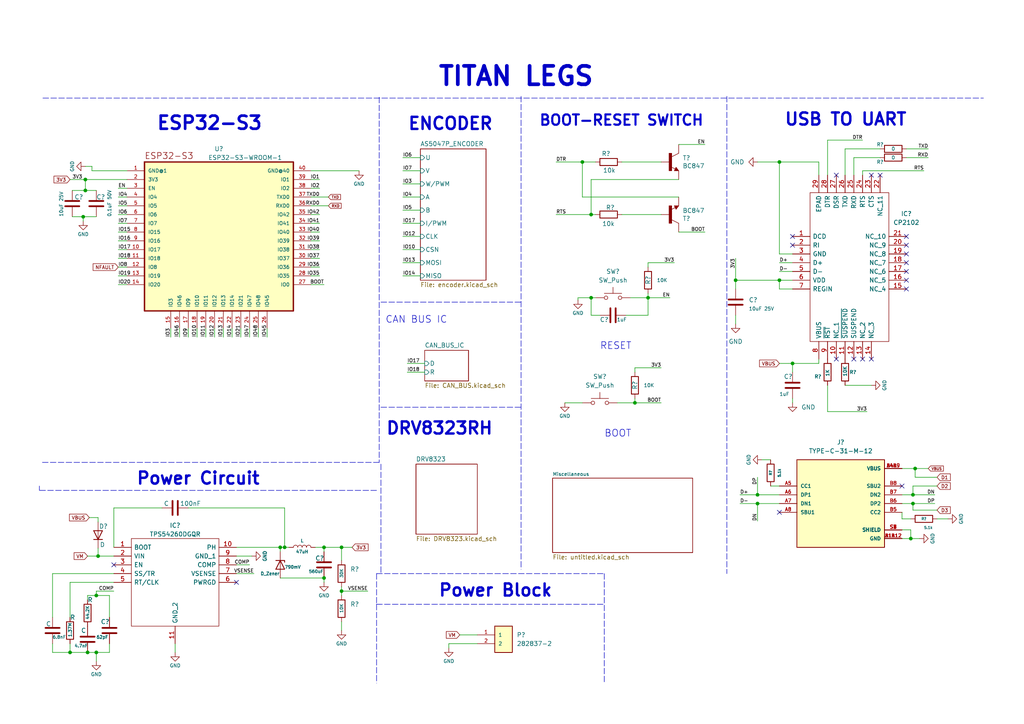
<source format=kicad_sch>
(kicad_sch (version 20211123) (generator eeschema)
  (paper "A4")
  (lib_symbols
    (symbol "BC847:BC847" (pin_numbers hide) (pin_names (offset 1.016) hide)
      (property "Reference" "T" (at -10.1854 7.62 0))
      (property "Value" "BC847" (at -10.16 5.08 0))
      (symbol "BC847_0_0"
        (rectangle (start -0.254 -2.54) (end 0.508 2.54) (fill (type outline)))
        (polyline (pts (xy 1.27 -2.54) (xy 1.778 -1.524)) (stroke (width 0.1524)))
        (polyline (pts (xy 1.524 -2.413) (xy 2.286 -2.413)) (stroke (width 0.254)))
        (polyline (pts (xy 1.524 -2.286) (xy 1.905 -2.286)) (stroke (width 0.254)))
        (polyline (pts (xy 1.5494 -2.032) (xy 0.3048 -1.4224)) (stroke (width 0.1524)))
        (polyline (pts (xy 1.778 -1.778) (xy 1.524 -2.286)) (stroke (width 0.254)))
        (polyline (pts (xy 1.778 -1.524) (xy 2.54 -2.54)) (stroke (width 0.1524)))
        (polyline (pts (xy 1.905 -2.286) (xy 1.778 -2.032)) (stroke (width 0.254)))
        (polyline (pts (xy 2.286 -2.413) (xy 1.778 -1.778)) (stroke (width 0.254)))
        (polyline (pts (xy 2.54 -2.54) (xy 1.27 -2.54)) (stroke (width 0.1524)))
        (polyline (pts (xy 2.54 2.54) (xy 0.508 1.524)) (stroke (width 0.1524)))
        (pin passive line (at -2.54 0 0) (length 2.54) (name "~") (number "1"))
        (pin passive line (at 2.54 -5.08 90) (length 2.54) (name "~") (number "2"))
        (pin passive line (at 2.54 5.08 270) (length 2.54) (name "~") (number "3"))
      )
    )
    (symbol "CP2102_new:CP2102" (pin_names (offset 0.762))
      (property "Reference" "IC" (at 29.21 17.78 0))
      (property "Value" "CP2102" (at 29.21 15.24 0))
      (symbol "CP2102_0_0"
        (pin passive line (at 0 0 0) (length 5.08) (name "DCD") (number "1"))
        (pin passive line (at 12.7 -35.56 90) (length 5.08) (name "NC_1") (number "10"))
        (pin passive line (at 15.24 -35.56 90) (length 5.08) (name "~{SUSPEND}") (number "11"))
        (pin passive line (at 17.78 -35.56 90) (length 5.08) (name "SUSPEND") (number "12"))
        (pin passive line (at 20.32 -35.56 90) (length 5.08) (name "NC_2") (number "13"))
        (pin passive line (at 22.86 -35.56 90) (length 5.08) (name "NC_3") (number "14"))
        (pin passive line (at 33.02 -15.24 180) (length 5.08) (name "NC_4") (number "15"))
        (pin passive line (at 33.02 -12.7 180) (length 5.08) (name "NC_5") (number "16"))
        (pin passive line (at 33.02 -10.16 180) (length 5.08) (name "NC_6") (number "17"))
        (pin passive line (at 33.02 -7.62 180) (length 5.08) (name "NC_7") (number "18"))
        (pin passive line (at 33.02 -5.08 180) (length 5.08) (name "NC_8") (number "19"))
        (pin passive line (at 0 -2.54 0) (length 5.08) (name "RI") (number "2"))
        (pin passive line (at 33.02 -2.54 180) (length 5.08) (name "NC_9") (number "20"))
        (pin passive line (at 33.02 0 180) (length 5.08) (name "NC_10") (number "21"))
        (pin passive line (at 25.4 17.78 270) (length 5.08) (name "NC_11") (number "22"))
        (pin passive line (at 22.86 17.78 270) (length 5.08) (name "CTS") (number "23"))
        (pin passive line (at 20.32 17.78 270) (length 5.08) (name "RTS") (number "24"))
        (pin passive line (at 17.78 17.78 270) (length 5.08) (name "RXD") (number "25"))
        (pin passive line (at 15.24 17.78 270) (length 5.08) (name "TXD") (number "26"))
        (pin passive line (at 12.7 17.78 270) (length 5.08) (name "DSR") (number "27"))
        (pin passive line (at 10.16 17.78 270) (length 5.08) (name "DTR") (number "28"))
        (pin passive line (at 7.62 17.78 270) (length 5.08) (name "EPAD") (number "29"))
        (pin passive line (at 0 -5.08 0) (length 5.08) (name "GND") (number "3"))
        (pin passive line (at 0 -7.62 0) (length 5.08) (name "D+") (number "4"))
        (pin passive line (at 0 -10.16 0) (length 5.08) (name "D-") (number "5"))
        (pin passive line (at 0 -12.7 0) (length 5.08) (name "VDD") (number "6"))
        (pin passive line (at 0 -15.24 0) (length 5.08) (name "REGIN") (number "7"))
        (pin passive line (at 7.62 -35.56 90) (length 5.08) (name "VBUS") (number "8"))
        (pin passive line (at 10.16 -35.56 90) (length 5.08) (name "~{RST}") (number "9"))
      )
      (symbol "CP2102_0_1"
        (polyline (pts (xy 5.08 12.7) (xy 27.94 12.7) (xy 27.94 -30.48) (xy 5.08 -30.48) (xy 5.08 12.7)) (stroke (width 0.1524)))
      )
    )
    (symbol "Device:C" (pin_numbers hide) (pin_names (offset 0.254))
      (property "Reference" "C" (at 0.635 2.54 0))
      (property "Value" "C" (at 0.635 -2.54 0))
      (symbol "C_0_1"
        (polyline (pts (xy -2.032 -0.762) (xy 2.032 -0.762)) (stroke (width 0.508)))
        (polyline (pts (xy -2.032 0.762) (xy 2.032 0.762)) (stroke (width 0.508)))
      )
      (symbol "C_1_1"
        (pin passive line (at 0 3.81 270) (length 2.794) (name "~") (number "1"))
        (pin passive line (at 0 -3.81 90) (length 2.794) (name "~") (number "2"))
      )
    )
    (symbol "Device:D" (pin_numbers hide) (pin_names (offset 1.016) hide)
      (property "Reference" "D" (at 0 2.54 0))
      (property "Value" "D" (at 0 -2.54 0))
      (symbol "D_0_1"
        (polyline (pts (xy -1.27 1.27) (xy -1.27 -1.27)) (stroke (width 0.254)))
        (polyline (pts (xy 1.27 0) (xy -1.27 0)))
        (polyline (pts (xy 1.27 1.27) (xy 1.27 -1.27) (xy -1.27 0) (xy 1.27 1.27)) (stroke (width 0.254)))
      )
      (symbol "D_1_1"
        (pin passive line (at -3.81 0 0) (length 2.54) (name "K") (number "1"))
        (pin passive line (at 3.81 0 180) (length 2.54) (name "A") (number "2"))
      )
    )
    (symbol "Device:D_Zener" (pin_numbers hide) (pin_names (offset 1.016) hide)
      (property "Reference" "D" (at 0 2.54 0))
      (property "Value" "D_Zener" (at 0 -2.54 0))
      (symbol "D_Zener_0_1"
        (polyline (pts (xy 1.27 0) (xy -1.27 0)))
        (polyline (pts (xy -1.27 -1.27) (xy -1.27 1.27) (xy -0.762 1.27)) (stroke (width 0.254)))
        (polyline (pts (xy 1.27 -1.27) (xy 1.27 1.27) (xy -1.27 0) (xy 1.27 -1.27)) (stroke (width 0.254)))
      )
      (symbol "D_Zener_1_1"
        (pin passive line (at -3.81 0 0) (length 2.54) (name "K") (number "1"))
        (pin passive line (at 3.81 0 180) (length 2.54) (name "A") (number "2"))
      )
    )
    (symbol "Device:L" (pin_numbers hide) (pin_names (offset 1.016) hide)
      (property "Reference" "L" (at -1.27 0 90))
      (property "Value" "L" (at 1.905 0 90))
      (symbol "L_0_1"
        (arc (start 0 -2.54) (mid 0.635 -1.905) (end 0 -1.27))
        (arc (start 0 -1.27) (mid 0.635 -0.635) (end 0 0))
        (arc (start 0 0) (mid 0.635 0.635) (end 0 1.27))
        (arc (start 0 1.27) (mid 0.635 1.905) (end 0 2.54))
      )
      (symbol "L_1_1"
        (pin passive line (at 0 3.81 270) (length 1.27) (name "1") (number "1"))
        (pin passive line (at 0 -3.81 90) (length 1.27) (name "2") (number "2"))
      )
    )
    (symbol "Device:R" (pin_numbers hide) (pin_names (offset 0))
      (property "Reference" "R" (at 2.032 0 90))
      (property "Value" "R" (at 0 0 90))
      (symbol "R_0_1"
        (rectangle (start -1.016 -2.54) (end 1.016 2.54) (stroke (width 0.254)))
      )
      (symbol "R_1_1"
        (pin passive line (at 0 3.81 270) (length 1.27) (name "~") (number "1"))
        (pin passive line (at 0 -3.81 90) (length 1.27) (name "~") (number "2"))
      )
    )
    (symbol "ESP32-S3-WROOM-1:ESP32-S3-WROOM-1" (pin_names (offset 1.016))
      (property "Reference" "U?" (at 1.27 25.4 0))
      (property "Value" "ESP32-S3-WROOM-1" (at 8.89 21.59 0))
      (symbol "ESP32-S3-WROOM-1_0_0"
        (rectangle (start -20.32 -22.86) (end 22.86 20.32) (stroke (width 0.4064)) (fill (type background)))
        (text "ESP32-S3" (at -20.32 21.082 0) (effects (font (size 1.778 1.778)) (justify left bottom)))
        (pin bidirectional line (at -25.4 17.78 0) (length 5.08) (name "GND@1") (number "1"))
        (pin bidirectional line (at -25.4 -5.08 0) (length 5.08) (name "IO17") (number "10"))
        (pin bidirectional line (at -25.4 -7.62 0) (length 5.08) (name "IO18") (number "11"))
        (pin bidirectional line (at -25.4 -10.16 0) (length 5.08) (name "IO8") (number "12"))
        (pin bidirectional line (at -25.4 -12.7 0) (length 5.08) (name "IO19") (number "13"))
        (pin bidirectional line (at -25.4 -15.24 0) (length 5.08) (name "IO20") (number "14"))
        (pin bidirectional line (at -12.7 -27.94 90) (length 5.08) (name "IO3") (number "15"))
        (pin bidirectional line (at -10.16 -27.94 90) (length 5.08) (name "IO46") (number "16"))
        (pin bidirectional line (at -7.62 -27.94 90) (length 5.08) (name "IO9") (number "17"))
        (pin bidirectional line (at -5.08 -27.94 90) (length 5.08) (name "IO10") (number "18"))
        (pin bidirectional line (at -2.54 -27.94 90) (length 5.08) (name "IO11") (number "19"))
        (pin bidirectional line (at -25.4 15.24 0) (length 5.08) (name "3V3") (number "2"))
        (pin bidirectional line (at 0 -27.94 90) (length 5.08) (name "IO12") (number "20"))
        (pin bidirectional line (at 2.54 -27.94 90) (length 5.08) (name "IO13") (number "21"))
        (pin bidirectional line (at 5.08 -27.94 90) (length 5.08) (name "IO14") (number "22"))
        (pin bidirectional line (at 7.62 -27.94 90) (length 5.08) (name "IO21") (number "23"))
        (pin bidirectional line (at 10.16 -27.94 90) (length 5.08) (name "IO47") (number "24"))
        (pin bidirectional line (at 12.7 -27.94 90) (length 5.08) (name "IO48") (number "25"))
        (pin bidirectional line (at 15.24 -27.94 90) (length 5.08) (name "IO45") (number "26"))
        (pin bidirectional line (at 27.94 -15.24 180) (length 5.08) (name "IO0") (number "27"))
        (pin bidirectional line (at 27.94 -12.7 180) (length 5.08) (name "IO35") (number "28"))
        (pin bidirectional line (at 27.94 -10.16 180) (length 5.08) (name "IO36") (number "29"))
        (pin bidirectional line (at -25.4 12.7 0) (length 5.08) (name "EN") (number "3"))
        (pin bidirectional line (at 27.94 -7.62 180) (length 5.08) (name "IO37") (number "30"))
        (pin bidirectional line (at 27.94 -5.08 180) (length 5.08) (name "IO38") (number "31"))
        (pin bidirectional line (at 27.94 -2.54 180) (length 5.08) (name "IO39") (number "32"))
        (pin bidirectional line (at 27.94 0 180) (length 5.08) (name "IO40") (number "33"))
        (pin bidirectional line (at 27.94 2.54 180) (length 5.08) (name "IO41") (number "34"))
        (pin bidirectional line (at 27.94 5.08 180) (length 5.08) (name "IO42") (number "35"))
        (pin bidirectional line (at 27.94 7.62 180) (length 5.08) (name "RXD0") (number "36"))
        (pin bidirectional line (at 27.94 10.16 180) (length 5.08) (name "TXD0") (number "37"))
        (pin bidirectional line (at 27.94 12.7 180) (length 5.08) (name "IO2") (number "38"))
        (pin bidirectional line (at 27.94 15.24 180) (length 5.08) (name "IO1") (number "39"))
        (pin bidirectional line (at -25.4 10.16 0) (length 5.08) (name "IO4") (number "4"))
        (pin bidirectional line (at 27.94 17.78 180) (length 5.08) (name "GND@40") (number "40"))
        (pin bidirectional line (at -25.4 7.62 0) (length 5.08) (name "IO5") (number "5"))
        (pin bidirectional line (at -25.4 5.08 0) (length 5.08) (name "IO6") (number "6"))
        (pin bidirectional line (at -25.4 2.54 0) (length 5.08) (name "IO7") (number "7"))
        (pin bidirectional line (at -25.4 0 0) (length 5.08) (name "IO15") (number "8"))
        (pin bidirectional line (at -25.4 -2.54 0) (length 5.08) (name "IO16") (number "9"))
      )
    )
    (symbol "GND_2" (power) (pin_names (offset 0))
      (property "Value" "GND_2" (at 0 -3.81 0))
      (symbol "GND_2_0_1"
        (polyline (pts (xy 0 0) (xy 0 -1.27) (xy 1.27 -1.27) (xy 0 -2.54) (xy -1.27 -1.27) (xy 0 -1.27)))
      )
      (symbol "GND_2_1_1"
        (pin power_in line (at 0 0 270) (length 0) hide (name "GND") (number "1"))
      )
    )
    (symbol "Power_Circuit:TPS54260DGQR" (pin_names (offset 0.762))
      (property "Reference" "IC" (at 31.75 7.62 0))
      (property "Value" "TPS54260DGQR" (at 31.75 5.08 0))
      (symbol "TPS54260DGQR_0_0"
        (pin passive line (at 0 0 0) (length 5.08) (name "BOOT") (number "1"))
        (pin passive line (at 35.56 0 180) (length 5.08) (name "PH") (number "10"))
        (pin passive line (at 17.78 -27.94 90) (length 5.08) (name "GND_2") (number "11"))
        (pin passive line (at 0 -2.54 0) (length 5.08) (name "VIN") (number "2"))
        (pin passive line (at 0 -5.08 0) (length 5.08) (name "EN") (number "3"))
        (pin passive line (at 0 -7.62 0) (length 5.08) (name "SS/TR") (number "4"))
        (pin passive line (at 0 -10.16 0) (length 5.08) (name "RT/CLK") (number "5"))
        (pin passive line (at 35.56 -10.16 180) (length 5.08) (name "PWRGD") (number "6"))
        (pin passive line (at 35.56 -7.62 180) (length 5.08) (name "VSENSE") (number "7"))
        (pin passive line (at 35.56 -5.08 180) (length 5.08) (name "COMP") (number "8"))
        (pin passive line (at 35.56 -2.54 180) (length 5.08) (name "GND_1") (number "9"))
      )
      (symbol "TPS54260DGQR_0_1"
        (polyline (pts (xy 5.08 2.54) (xy 30.48 2.54) (xy 30.48 -22.86) (xy 5.08 -22.86) (xy 5.08 2.54)) (stroke (width 0.1524)))
      )
    )
    (symbol "Switch:SW_Push" (pin_numbers hide) (pin_names (offset 1.016) hide)
      (property "Reference" "SW" (at 1.27 2.54 0))
      (property "Value" "SW_Push" (at 0 -1.524 0))
      (symbol "SW_Push_0_1"
        (circle (center -2.032 0) (radius 0.508))
        (polyline (pts (xy 0 1.27) (xy 0 3.048)))
        (polyline (pts (xy 2.54 1.27) (xy -2.54 1.27)))
        (circle (center 2.032 0) (radius 0.508))
        (pin passive line (at -5.08 0 0) (length 2.54) (name "1") (number "1"))
        (pin passive line (at 5.08 0 180) (length 2.54) (name "2") (number "2"))
      )
    )
    (symbol "TYPE-C-31-M-12:TYPE-C-31-M-12" (pin_names (offset 1.016))
      (property "Reference" "J?" (at 0 17.78 0))
      (property "Value" "TYPE-C-31-M-12" (at 0 15.24 0))
      (symbol "TYPE-C-31-M-12_0_0"
        (rectangle (start -12.7 -12.7) (end 12.7 12.7) (stroke (width 0.254)) (fill (type background)))
        (pin power_in line (at 17.78 -10.16 180) (length 5.08) (name "GND") (number "A1B12"))
        (pin power_in line (at 17.78 10.16 180) (length 5.08) (name "VBUS") (number "A4B9"))
        (pin bidirectional line (at -17.78 5.08 0) (length 5.08) (name "CC1") (number "A5"))
        (pin bidirectional line (at -17.78 2.54 0) (length 5.08) (name "DP1") (number "A6"))
        (pin bidirectional line (at -17.78 0 0) (length 5.08) (name "DN1") (number "A7"))
        (pin bidirectional line (at -17.78 -2.54 0) (length 5.08) (name "SBU1") (number "A8"))
        (pin power_in line (at 17.78 -10.16 180) (length 5.08) (name "GND") (number "B1A12"))
        (pin power_in line (at 17.78 10.16 180) (length 5.08) (name "VBUS") (number "B4A9"))
        (pin bidirectional line (at 17.78 -2.54 180) (length 5.08) (name "CC2") (number "B5"))
        (pin bidirectional line (at 17.78 0 180) (length 5.08) (name "DP2") (number "B6"))
        (pin bidirectional line (at 17.78 2.54 180) (length 5.08) (name "DN2") (number "B7"))
        (pin bidirectional line (at 17.78 5.08 180) (length 5.08) (name "SBU2") (number "B8"))
        (pin passive line (at 17.78 -7.62 180) (length 5.08) (name "SHIELD") (number "S1"))
        (pin passive line (at 17.78 -7.62 180) (length 5.08) (name "SHIELD") (number "S2"))
        (pin passive line (at 17.78 -7.62 180) (length 5.08) (name "SHIELD") (number "S3"))
        (pin passive line (at 17.78 -7.62 180) (length 5.08) (name "SHIELD") (number "S4"))
      )
    )
    (symbol "Terminal_Block:282837-2" (pin_names (offset 1.016))
      (property "Reference" "P" (at -2.5406 2.5438 0))
      (property "Value" "282837-2" (at -2.5424 -6.3745 0))
      (symbol "282837-2_0_0"
        (rectangle (start -2.54 -5.08) (end 2.54 2.54) (stroke (width 0.254)) (fill (type background)))
        (pin passive line (at -7.62 0 0) (length 5.08) (name "1") (number "1"))
        (pin passive line (at -7.62 -2.54 0) (length 5.08) (name "2") (number "2"))
      )
    )
    (symbol "power:GND" (power) (pin_names (offset 0))
      (property "Value" "GND" (at 0 -3.81 0))
      (symbol "GND_0_1"
        (polyline (pts (xy 0 0) (xy 0 -1.27) (xy 1.27 -1.27) (xy 0 -2.54) (xy -1.27 -1.27) (xy 0 -1.27)))
      )
      (symbol "GND_1_1"
        (pin power_in line (at 0 0 270) (length 0) hide (name "GND") (number "1"))
      )
    )
  )
  (junction (at 24.765 52.07))
  (junction (at 229.87 105.41))
  (junction (at 27.94 189.23))
  (junction (at 99.06 158.75))
  (junction (at 27.94 172.72))
  (junction (at 213.36 81.28))
  (junction (at 264.795 146.05))
  (junction (at 93.98 167.64))
  (junction (at 20.32 189.23))
  (junction (at 93.98 158.75))
  (junction (at 24.765 55.245))
  (junction (at 184.15 116.84))
  (junction (at 219.71 146.05))
  (junction (at 226.06 81.28))
  (junction (at 24.13 62.865))
  (junction (at 99.06 171.45))
  (junction (at 264.795 143.51))
  (junction (at 28.448 161.29))
  (junction (at 219.71 143.51))
  (junction (at 81.28 158.75))
  (junction (at 25.4 189.23))
  (junction (at 264.16 156.21))
  (junction (at 226.06 46.99))
  (junction (at 82.55 158.75))
  (junction (at 171.45 86.36))
  (junction (at 171.45 62.23))
  (junction (at 168.91 46.99))
  (junction (at 187.96 86.36))
  (junction (at 265.43 135.89))
  (no_connect (at 68.58 168.91))
  (no_connect (at 33.02 163.83))
  (no_connect (at 252.73 104.14))
  (no_connect (at 242.57 50.8))
  (no_connect (at 247.65 104.14))
  (no_connect (at 229.87 68.58))
  (no_connect (at 229.87 71.12))
  (no_connect (at 262.89 68.58))
  (no_connect (at 242.57 104.14))
  (no_connect (at 262.89 71.12))
  (no_connect (at 262.89 76.2))
  (no_connect (at 250.19 104.14))
  (no_connect (at 255.27 50.8))
  (no_connect (at 262.89 81.28))
  (no_connect (at 262.89 78.74))
  (no_connect (at 252.73 50.8))
  (no_connect (at 262.89 83.82))
  (no_connect (at 226.06 148.59))
  (no_connect (at 261.62 140.97))
  (no_connect (at 262.89 73.66))
  (wire (pts (xy 247.65 50.8) (xy 247.65 45.72)))
  (wire (pts (xy 180.34 62.23) (xy 191.77 62.23)))
  (wire (pts (xy 161.29 46.99) (xy 168.91 46.99)))
  (polyline (pts (xy 110.49 118.11) (xy 151.13 118.11)))
  (wire (pts (xy 261.62 143.51) (xy 264.795 143.51)))
  (wire (pts (xy 229.87 105.41) (xy 229.87 107.95)))
  (wire (pts (xy 93.98 168.91) (xy 93.98 167.64)))
  (wire (pts (xy 82.55 158.75) (xy 83.82 158.75)))
  (wire (pts (xy 34.29 57.15) (xy 36.83 57.15)))
  (polyline (pts (xy 110.49 87.63) (xy 151.13 87.63)))
  (polyline (pts (xy 109.982 28.194) (xy 109.982 134.112)))
  (wire (pts (xy 69.85 97.79) (xy 69.85 95.25)))
  (wire (pts (xy 116.84 68.58) (xy 121.92 68.58)))
  (wire (pts (xy 116.84 64.77) (xy 121.92 64.77)))
  (wire (pts (xy 118.11 107.95) (xy 123.19 107.95)))
  (wire (pts (xy 27.94 189.23) (xy 25.4 189.23)))
  (wire (pts (xy 25.908 150.114) (xy 28.448 150.114)))
  (wire (pts (xy 24.765 55.245) (xy 27.94 55.245)))
  (wire (pts (xy 20.955 55.245) (xy 24.765 55.245)))
  (wire (pts (xy 31.75 189.23) (xy 27.94 189.23)))
  (wire (pts (xy 271.78 140.97) (xy 264.795 140.97)))
  (wire (pts (xy 237.49 105.41) (xy 229.87 105.41)))
  (wire (pts (xy 25.4 172.72) (xy 25.4 173.99)))
  (wire (pts (xy 34.29 77.47) (xy 36.83 77.47)))
  (wire (pts (xy 27.94 189.23) (xy 27.94 191.77)))
  (wire (pts (xy 173.99 91.44) (xy 171.45 91.44)))
  (wire (pts (xy 161.29 62.23) (xy 171.45 62.23)))
  (wire (pts (xy 195.58 76.2) (xy 187.96 76.2)))
  (wire (pts (xy 261.62 135.89) (xy 265.43 135.89)))
  (wire (pts (xy 261.62 150.495) (xy 264.16 150.495)))
  (polyline (pts (xy 151.13 27.94) (xy 151.13 165.1)))
  (wire (pts (xy 93.98 158.75) (xy 99.06 158.75)))
  (wire (pts (xy 167.64 86.36) (xy 171.45 86.36)))
  (wire (pts (xy 213.36 81.28) (xy 226.06 81.28)))
  (wire (pts (xy 187.96 91.44) (xy 187.96 86.36)))
  (wire (pts (xy 237.49 104.14) (xy 237.49 105.41)))
  (wire (pts (xy 24.765 52.07) (xy 36.83 52.07)))
  (wire (pts (xy 184.15 116.84) (xy 184.15 115.57)))
  (wire (pts (xy 226.06 46.99) (xy 226.06 73.66)))
  (wire (pts (xy 34.29 62.23) (xy 36.83 62.23)))
  (wire (pts (xy 168.91 46.99) (xy 172.72 46.99)))
  (wire (pts (xy 90.17 57.15) (xy 95.25 57.15)))
  (wire (pts (xy 81.28 167.64) (xy 93.98 167.64)))
  (wire (pts (xy 116.84 53.34) (xy 121.92 53.34)))
  (wire (pts (xy 226.06 83.82) (xy 226.06 81.28)))
  (wire (pts (xy 187.96 86.36) (xy 194.31 86.36)))
  (wire (pts (xy 57.15 95.25) (xy 57.15 97.79)))
  (wire (pts (xy 28.448 150.114) (xy 28.448 151.384)))
  (wire (pts (xy 264.795 143.51) (xy 271.145 143.51)))
  (wire (pts (xy 99.06 180.34) (xy 99.06 182.88)))
  (wire (pts (xy 118.11 105.41) (xy 123.19 105.41)))
  (wire (pts (xy 33.02 168.91) (xy 20.32 168.91)))
  (wire (pts (xy 133.35 184.15) (xy 138.43 184.15)))
  (wire (pts (xy 187.96 76.2) (xy 187.96 77.47)))
  (wire (pts (xy 271.78 147.955) (xy 264.795 147.955)))
  (wire (pts (xy 99.06 158.75) (xy 99.06 162.56)))
  (wire (pts (xy 20.955 62.865) (xy 24.13 62.865)))
  (wire (pts (xy 245.11 43.18) (xy 255.27 43.18)))
  (wire (pts (xy 24.13 62.865) (xy 27.94 62.865)))
  (wire (pts (xy 229.87 83.82) (xy 226.06 83.82)))
  (wire (pts (xy 240.03 111.76) (xy 240.03 119.38)))
  (polyline (pts (xy 109.982 134.112) (xy 12.192 134.112)))
  (wire (pts (xy 240.03 50.8) (xy 240.03 40.64)))
  (wire (pts (xy 179.07 116.84) (xy 184.15 116.84)))
  (wire (pts (xy 213.36 91.44) (xy 213.36 93.98)))
  (wire (pts (xy 33.02 171.45) (xy 27.94 171.45)))
  (wire (pts (xy 226.06 81.28) (xy 229.87 81.28)))
  (wire (pts (xy 237.49 46.99) (xy 237.49 50.8)))
  (wire (pts (xy 90.17 49.53) (xy 104.14 49.53)))
  (wire (pts (xy 49.53 95.25) (xy 49.53 97.79)))
  (wire (pts (xy 261.62 153.67) (xy 264.16 153.67)))
  (wire (pts (xy 15.24 186.69) (xy 15.24 189.23)))
  (wire (pts (xy 82.55 147.32) (xy 82.55 158.75)))
  (wire (pts (xy 184.15 116.84) (xy 191.77 116.84)))
  (wire (pts (xy 25.4 161.29) (xy 28.448 161.29)))
  (wire (pts (xy 90.17 74.93) (xy 92.71 74.93)))
  (wire (pts (xy 196.85 52.07) (xy 171.45 52.07)))
  (wire (pts (xy 54.61 95.25) (xy 54.61 97.79)))
  (wire (pts (xy 223.52 140.97) (xy 226.06 140.97)))
  (wire (pts (xy 34.29 67.31) (xy 36.83 67.31)))
  (wire (pts (xy 31.75 186.69) (xy 31.75 189.23)))
  (wire (pts (xy 214.63 143.51) (xy 219.71 143.51)))
  (wire (pts (xy 245.11 50.8) (xy 245.11 43.18)))
  (wire (pts (xy 261.62 148.59) (xy 261.62 150.495)))
  (wire (pts (xy 262.89 43.18) (xy 269.24 43.18)))
  (polyline (pts (xy 210.82 27.94) (xy 210.82 166.37)))
  (polyline (pts (xy 175.26 166.37) (xy 175.26 198.12)))
  (wire (pts (xy 264.16 156.21) (xy 266.7 156.21)))
  (wire (pts (xy 33.02 158.75) (xy 33.02 147.32)))
  (wire (pts (xy 26.67 48.26) (xy 24.765 48.26)))
  (wire (pts (xy 168.91 57.15) (xy 168.91 46.99)))
  (wire (pts (xy 24.13 62.865) (xy 24.13 64.135)))
  (wire (pts (xy 27.94 172.72) (xy 25.4 172.72)))
  (wire (pts (xy 99.06 171.45) (xy 99.06 172.72)))
  (wire (pts (xy 171.45 62.23) (xy 172.72 62.23)))
  (wire (pts (xy 264.795 146.05) (xy 271.145 146.05)))
  (polyline (pts (xy 109.22 175.26) (xy 109.22 198.12)))
  (wire (pts (xy 52.07 97.79) (xy 52.07 95.25)))
  (polyline (pts (xy 109.22 175.26) (xy 175.26 175.26)))
  (wire (pts (xy 28.448 161.29) (xy 33.02 161.29)))
  (wire (pts (xy 130.175 186.69) (xy 138.43 186.69)))
  (wire (pts (xy 34.29 64.77) (xy 36.83 64.77)))
  (wire (pts (xy 264.795 147.955) (xy 264.795 146.05)))
  (wire (pts (xy 33.02 166.37) (xy 15.24 166.37)))
  (wire (pts (xy 245.11 111.76) (xy 252.73 111.76)))
  (wire (pts (xy 90.17 59.69) (xy 95.25 59.69)))
  (wire (pts (xy 27.94 171.45) (xy 27.94 172.72)))
  (wire (pts (xy 240.03 119.38) (xy 251.46 119.38)))
  (wire (pts (xy 116.84 49.53) (xy 121.92 49.53)))
  (wire (pts (xy 99.06 170.18) (xy 99.06 171.45)))
  (wire (pts (xy 196.85 41.91) (xy 204.47 41.91)))
  (wire (pts (xy 99.06 158.75) (xy 102.108 158.75)))
  (wire (pts (xy 34.29 82.55) (xy 36.83 82.55)))
  (wire (pts (xy 261.62 156.21) (xy 264.16 156.21)))
  (wire (pts (xy 81.28 158.75) (xy 81.28 160.02)))
  (wire (pts (xy 180.34 46.99) (xy 191.77 46.99)))
  (wire (pts (xy 68.58 161.29) (xy 73.025 161.29)))
  (wire (pts (xy 34.29 59.69) (xy 36.83 59.69)))
  (polyline (pts (xy 109.22 166.37) (xy 175.26 166.37)))
  (wire (pts (xy 247.65 45.72) (xy 255.27 45.72)))
  (wire (pts (xy 92.71 77.47) (xy 90.17 77.47)))
  (wire (pts (xy 64.77 95.25) (xy 64.77 97.79)))
  (polyline (pts (xy 11.43 140.97) (xy 11.43 142.24)))
  (wire (pts (xy 181.61 91.44) (xy 187.96 91.44)))
  (polyline (pts (xy 12.446 28.448) (xy 285.242 28.448)))
  (wire (pts (xy 90.17 80.01) (xy 92.71 80.01)))
  (wire (pts (xy 226.06 76.2) (xy 229.87 76.2)))
  (wire (pts (xy 219.71 146.05) (xy 219.71 151.13)))
  (wire (pts (xy 226.06 105.41) (xy 229.87 105.41)))
  (wire (pts (xy 77.47 95.25) (xy 77.47 97.79)))
  (wire (pts (xy 31.75 179.07) (xy 31.75 172.72)))
  (wire (pts (xy 116.84 72.39) (xy 121.92 72.39)))
  (wire (pts (xy 196.85 57.15) (xy 168.91 57.15)))
  (wire (pts (xy 33.02 147.32) (xy 46.99 147.32)))
  (wire (pts (xy 171.45 52.07) (xy 171.45 62.23)))
  (wire (pts (xy 167.64 86.995) (xy 167.64 86.36)))
  (wire (pts (xy 68.58 166.37) (xy 73.66 166.37)))
  (wire (pts (xy 116.84 76.2) (xy 121.92 76.2)))
  (wire (pts (xy 90.17 82.55) (xy 93.98 82.55)))
  (wire (pts (xy 226.06 78.74) (xy 229.87 78.74)))
  (wire (pts (xy 74.93 97.79) (xy 74.93 95.25)))
  (wire (pts (xy 171.45 91.44) (xy 171.45 86.36)))
  (wire (pts (xy 90.17 52.07) (xy 92.71 52.07)))
  (wire (pts (xy 28.448 159.004) (xy 28.448 161.29)))
  (wire (pts (xy 34.29 80.01) (xy 36.83 80.01)))
  (wire (pts (xy 20.32 52.07) (xy 24.765 52.07)))
  (wire (pts (xy 184.15 106.68) (xy 184.15 107.95)))
  (wire (pts (xy 213.36 81.28) (xy 213.36 83.82)))
  (wire (pts (xy 220.98 133.35) (xy 223.52 133.35)))
  (wire (pts (xy 15.24 189.23) (xy 20.32 189.23)))
  (wire (pts (xy 219.71 138.43) (xy 219.71 143.51)))
  (wire (pts (xy 90.17 69.85) (xy 92.71 69.85)))
  (wire (pts (xy 20.32 189.23) (xy 20.32 186.69)))
  (wire (pts (xy 226.06 73.66) (xy 229.87 73.66)))
  (polyline (pts (xy 110.49 134.62) (xy 110.49 166.37)))
  (wire (pts (xy 116.84 60.96) (xy 121.92 60.96)))
  (wire (pts (xy 99.06 171.45) (xy 106.68 171.45)))
  (wire (pts (xy 262.89 45.72) (xy 269.24 45.72)))
  (wire (pts (xy 240.03 40.64) (xy 250.19 40.64)))
  (wire (pts (xy 31.75 172.72) (xy 27.94 172.72)))
  (wire (pts (xy 264.795 140.97) (xy 264.795 143.51)))
  (wire (pts (xy 34.29 74.93) (xy 36.83 74.93)))
  (wire (pts (xy 265.43 135.89) (xy 269.24 135.89)))
  (wire (pts (xy 62.23 95.25) (xy 62.23 97.79)))
  (wire (pts (xy 250.19 50.8) (xy 250.19 49.53)))
  (wire (pts (xy 72.39 97.79) (xy 72.39 95.25)))
  (wire (pts (xy 182.88 86.36) (xy 187.96 86.36)))
  (wire (pts (xy 213.36 74.93) (xy 213.36 81.28)))
  (wire (pts (xy 34.29 69.85) (xy 36.83 69.85)))
  (wire (pts (xy 59.69 95.25) (xy 59.69 97.79)))
  (wire (pts (xy 90.17 64.77) (xy 92.71 64.77)))
  (wire (pts (xy 116.84 45.72) (xy 121.92 45.72)))
  (wire (pts (xy 265.43 138.43) (xy 265.43 135.89)))
  (wire (pts (xy 196.85 67.31) (xy 204.47 67.31)))
  (wire (pts (xy 93.98 158.75) (xy 93.98 160.02)))
  (wire (pts (xy 90.17 62.23) (xy 92.71 62.23)))
  (wire (pts (xy 271.78 150.495) (xy 274.955 150.495)))
  (wire (pts (xy 92.71 54.61) (xy 90.17 54.61)))
  (wire (pts (xy 54.61 147.32) (xy 82.55 147.32)))
  (wire (pts (xy 229.87 115.57) (xy 229.87 116.84)))
  (wire (pts (xy 67.31 95.25) (xy 67.31 97.79)))
  (wire (pts (xy 68.58 158.75) (xy 81.28 158.75)))
  (wire (pts (xy 250.19 49.53) (xy 267.97 49.53)))
  (wire (pts (xy 20.32 168.91) (xy 20.32 179.07)))
  (wire (pts (xy 271.78 138.43) (xy 265.43 138.43)))
  (wire (pts (xy 130.175 186.69) (xy 130.175 187.96)))
  (wire (pts (xy 163.83 116.84) (xy 168.91 116.84)))
  (wire (pts (xy 116.84 80.01) (xy 121.92 80.01)))
  (wire (pts (xy 171.45 86.36) (xy 172.72 86.36)))
  (wire (pts (xy 226.06 46.99) (xy 237.49 46.99)))
  (wire (pts (xy 91.44 158.75) (xy 93.98 158.75)))
  (wire (pts (xy 191.77 106.68) (xy 184.15 106.68)))
  (polyline (pts (xy 109.22 166.37) (xy 109.22 175.26)))
  (wire (pts (xy 90.17 67.31) (xy 92.71 67.31)))
  (wire (pts (xy 20.32 189.23) (xy 25.4 189.23)))
  (wire (pts (xy 34.29 54.61) (xy 36.83 54.61)))
  (wire (pts (xy 219.71 146.05) (xy 226.06 146.05)))
  (wire (pts (xy 187.96 86.36) (xy 187.96 85.09)))
  (wire (pts (xy 264.16 153.67) (xy 264.16 156.21)))
  (wire (pts (xy 26.67 49.53) (xy 26.67 48.26)))
  (wire (pts (xy 24.765 52.07) (xy 24.765 55.245)))
  (wire (pts (xy 116.84 57.15) (xy 121.92 57.15)))
  (wire (pts (xy 261.62 146.05) (xy 264.795 146.05)))
  (wire (pts (xy 219.71 143.51) (xy 226.06 143.51)))
  (wire (pts (xy 50.8 186.69) (xy 50.8 189.23)))
  (wire (pts (xy 90.17 72.39) (xy 92.71 72.39)))
  (wire (pts (xy 15.24 166.37) (xy 15.24 179.07)))
  (wire (pts (xy 214.63 146.05) (xy 219.71 146.05)))
  (wire (pts (xy 34.29 72.39) (xy 36.83 72.39)))
  (wire (pts (xy 219.71 46.99) (xy 226.06 46.99)))
  (wire (pts (xy 81.28 158.75) (xy 82.55 158.75)))
  (polyline (pts (xy 109.22 142.24) (xy 11.43 142.24)))
  (wire (pts (xy 36.83 49.53) (xy 26.67 49.53)))
  (wire (pts (xy 68.58 163.83) (xy 72.39 163.83)))
  (text "ENCODER\n" (at 118.11 38.1 0) (effects (font (size 3.5 3.5) bold) (justify left bottom)))
  (text "CAN BUS IC" (at 111.76 93.98 0) (effects (font (size 2 2)) (justify left bottom)))
  (text "TITAN LEGS" (at 126.746 25.4 0) (effects (font (size 5.334 5.334) bold) (justify left bottom)))
  (text "BOOT			" (at 175.26 127 0) (effects (font (size 2 2)) (justify left bottom)))
  (text "BOOT-RESET SWITCH" (at 156.21 36.83 0) (effects (font (size 3 3) bold) (justify left bottom)))
  (text "DRV8323RH\n\n" (at 111.76 132.08 0) (effects (font (size 3.5 3.5) bold) (justify left bottom)))
  (text "ESP32-S3" (at 45.212 38.1 0) (effects (font (size 3.81 3.81) (thickness 0.762) bold) (justify left bottom)))
  (text "RESET" (at 173.99 101.6 0) (effects (font (size 2 2)) (justify left bottom)))
  (text "USB TO UART" (at 227.33 36.83 0) (effects (font (size 3.5 3.5) bold) (justify left bottom)))
  (text "Power Circuit\n" (at 39.37 140.97 0) (effects (font (size 3.5 3.5) bold) (justify left bottom)))
  (text "Power Block\n\n" (at 127 179.07 0) (effects (font (size 3.5 3.5) bold) (justify left bottom)))
  (label "BOOT" (at 191.77 116.84 180) (effects (font (size 1 1))))
  (label "IO17" (at 116.84 64.77 0) (effects (font (size 1 1))))
  (label "BOOT" (at 204.47 67.31 180) (effects (font (size 1 1))))
  (label "D-" (at 214.63 146.05 0) (effects (font (size 1 1))))
  (label "IO9" (at 54.61 97.79 90) (effects (font (size 1 1))))
  (label "RXD0" (at 92.71 59.69 180) (effects (font (size 1 1))))
  (label "IO13" (at 64.77 97.79 90) (effects (font (size 1 1))))
  (label "IO1" (at 92.71 52.07 180) (effects (font (size 1 1))))
  (label "TXD0" (at 92.71 57.15 180) (effects (font (size 1 1))))
  (label "DTR" (at 250.19 40.64 180) (effects (font (size 1 1))))
  (label "IO18" (at 34.29 74.93 0) (effects (font (size 1 1))))
  (label "IO5" (at 34.29 59.69 0) (effects (font (size 1 1))))
  (label "IO4" (at 116.84 57.15 0) (effects (font (size 1 1))))
  (label "3V3" (at 191.77 106.68 180) (effects (font (size 1 1))))
  (label "D+" (at 226.06 76.2 0) (effects (font (size 1 1))))
  (label "IO42" (at 92.71 62.23 180) (effects (font (size 1 1))))
  (label "COMP" (at 33.02 171.45 180) (effects (font (size 1 1))))
  (label "IO17" (at 118.11 105.41 0) (effects (font (size 1 1))))
  (label "IO6" (at 116.84 45.72 0) (effects (font (size 1 1))))
  (label "IO12" (at 116.84 68.58 0) (effects (font (size 1 1))))
  (label "IO3" (at 49.53 97.79 90) (effects (font (size 1 1))))
  (label "IO13" (at 116.84 76.2 0) (effects (font (size 1 1))))
  (label "IO11" (at 59.69 97.79 90) (effects (font (size 1 1))))
  (label "VSENSE" (at 73.66 166.37 180) (effects (font (size 1 1))))
  (label "RTS" (at 161.29 62.23 0) (effects (font (size 1 1))))
  (label "DP" (at 219.71 138.43 270) (effects (font (size 1 1))))
  (label "IO14" (at 67.31 97.79 90) (effects (font (size 1 1))))
  (label "IO39" (at 92.71 69.85 180) (effects (font (size 1 1))))
  (label "EN" (at 194.31 86.36 180) (effects (font (size 1 1))))
  (label "IO7" (at 34.29 64.77 0) (effects (font (size 1 1))))
  (label "IO18" (at 118.11 107.95 0) (effects (font (size 1 1))))
  (label "IO4" (at 34.29 57.15 0) (effects (font (size 1 1))))
  (label "IO48" (at 74.93 97.79 90) (effects (font (size 1 1))))
  (label "IO3" (at 116.84 53.34 0) (effects (font (size 1 1))))
  (label "IO40" (at 92.71 67.31 180) (effects (font (size 1 1))))
  (label "VSENSE" (at 106.68 171.45 180) (effects (font (size 1 1))))
  (label "EN" (at 34.29 54.61 0) (effects (font (size 1 1))))
  (label "IO45" (at 77.47 97.79 90) (effects (font (size 1 1))))
  (label "IO6" (at 34.29 62.23 0) (effects (font (size 1 1))))
  (label "DTR" (at 161.29 46.99 0) (effects (font (size 1 1))))
  (label "IO7" (at 116.84 49.53 0) (effects (font (size 1 1))))
  (label "IO5" (at 116.84 60.96 0) (effects (font (size 1 1))))
  (label "IO12" (at 62.23 97.79 90) (effects (font (size 1 1))))
  (label "IO46" (at 52.07 97.79 90) (effects (font (size 1 1))))
  (label "EN" (at 204.47 41.91 180) (effects (font (size 1 1))))
  (label "IO2" (at 92.71 54.61 180) (effects (font (size 1 1))))
  (label "IO8" (at 34.29 77.47 0) (effects (font (size 1 1))))
  (label "IO10" (at 57.15 97.79 90) (effects (font (size 1 1))))
  (label "DN" (at 219.71 151.13 90) (effects (font (size 1 1))))
  (label "IO37" (at 92.71 74.93 180) (effects (font (size 1 1))))
  (label "IO35" (at 92.71 80.01 180) (effects (font (size 1 1))))
  (label "3V3" (at 213.36 74.93 270) (effects (font (size 1 1))))
  (label "IO10" (at 116.84 72.39 0) (effects (font (size 1 1))))
  (label "IO15" (at 34.29 67.31 0) (effects (font (size 1 1))))
  (label "D+" (at 214.63 143.51 0) (effects (font (size 1 1))))
  (label "IO14" (at 116.84 80.01 0) (effects (font (size 1 1))))
  (label "D-" (at 226.06 78.74 0) (effects (font (size 1 1))))
  (label "IO36" (at 92.71 77.47 180) (effects (font (size 1 1))))
  (label "DP" (at 271.145 146.05 180) (effects (font (size 1 1))))
  (label "DN" (at 271.145 143.51 180) (effects (font (size 1 1))))
  (label "IO17" (at 34.29 72.39 0) (effects (font (size 1 1))))
  (label "IO47" (at 72.39 97.79 90) (effects (font (size 1 1))))
  (label "IO16" (at 34.29 69.85 0) (effects (font (size 1 1))))
  (label "3V3" (at 251.46 119.38 180) (effects (font (size 1 1))))
  (label "IO41" (at 92.71 64.77 180) (effects (font (size 1 1))))
  (label "IO20" (at 34.29 82.55 0) (effects (font (size 1 1))))
  (label "IO38" (at 92.71 72.39 180) (effects (font (size 1 1))))
  (label "COMP" (at 72.39 163.83 180) (effects (font (size 1 1))))
  (label "3V3" (at 20.955 52.07 0) (effects (font (size 1 1))))
  (label "BOOT" (at 93.98 82.55 180) (effects (font (size 1 1))))
  (label "RTS" (at 267.97 49.53 180) (effects (font (size 1 1))))
  (label "RXD" (at 269.24 45.72 180) (effects (font (size 1 1))))
  (label "IO21" (at 69.85 97.79 90) (effects (font (size 1 1))))
  (label "3V3" (at 195.58 76.2 180) (effects (font (size 1 1))))
  (label "TXD" (at 269.24 43.18 180) (effects (font (size 1 1))))
  (label "IO19" (at 34.29 80.01 0) (effects (font (size 1 1))))
  (global_label "VM" (shape input) (at 133.35 184.15 180) (effects (font (size 1 1))) (property "Intersheet References" "${INTERSHEET_REFS}" (effects hide)))
  (global_label "3V3" (shape input) (at 102.108 158.75 0) (effects (font (size 1 1))) (property "Intersheet References" "${INTERSHEET_REFS}" (effects hide)))
  (global_label "VBUS" (shape input) (at 269.24 135.89 0) (effects (font (size 0.762 0.762))) (property "Intersheet References" "${INTERSHEET_REFS}" (effects hide)))
  (global_label "VBUS" (shape input) (at 25.908 150.114 180) (effects (font (size 1 1))) (property "Intersheet References" "${INTERSHEET_REFS}" (effects hide)))
  (global_label "D1" (shape input) (at 271.78 138.43 0) (effects (font (size 1 1))) (property "Intersheet References" "${INTERSHEET_REFS}" (effects hide)))
  (global_label "TXD" (shape input) (at 95.25 57.15 0) (effects (font (size 0.762 0.762))) (property "Intersheet References" "${INTERSHEET_REFS}" (effects hide)))
  (global_label "3V3" (shape input) (at 20.32 52.07 180) (effects (font (size 1 1))) (property "Intersheet References" "${INTERSHEET_REFS}" (effects hide)))
  (global_label "D3" (shape input) (at 271.78 147.955 0) (effects (font (size 1 1))) (property "Intersheet References" "${INTERSHEET_REFS}" (effects hide)))
  (global_label "D2" (shape input) (at 271.78 140.97 0) (effects (font (size 1 1))) (property "Intersheet References" "${INTERSHEET_REFS}" (effects hide)))
  (global_label "RXD" (shape input) (at 95.25 59.69 0) (effects (font (size 0.762 0.762))) (property "Intersheet References" "${INTERSHEET_REFS}" (effects hide)))
  (global_label "VM" (shape input) (at 25.4 161.29 180) (effects (font (size 1 1))) (property "Intersheet References" "${INTERSHEET_REFS}" (effects hide)))
  (global_label "NFAULT" (shape input) (at 34.29 77.47 180) (effects (font (size 1 1))) (property "Intersheet References" "${INTERSHEET_REFS}" (effects hide)))
  (global_label "VBUS" (shape input) (at 226.06 105.41 180) (effects (font (size 1 1))) (property "Intersheet References" "${INTERSHEET_REFS}" (effects hide)))
  (symbol (lib_id "Terminal_Block:282837-2") (at 146.05 184.15 0) (unit 1)
    (property "Reference" "P?" (at 149.86 184.1499 0) (effects (justify left)))
    (property "Value" "282837-2" (at 149.86 186.6899 0) (effects (justify left)))
    (property "Footprint" "TE_282837-2" (effects hide))
    (property "Comment" "282837-2" (effects hide))
  )
  (symbol (lib_id "Device:C") (at 229.87 111.76 0) (unit 1)
    (property "Reference" "C?" (at 227.33 109.22 0) (effects (justify left)))
    (property "Value" "1uF" (at 226.06 114.3 0) (effects (font (size 1 1)) (justify left)))
    (property "Footprint" "Capacitor_SMD:C_0603_1608Metric" (effects hide))
  )
  (symbol (lib_id "Device:C") (at 93.98 163.83 0) (unit 1)
    (property "Reference" "C?" (at 91.44 161.925 0) (effects (justify left)))
    (property "Value" "560uF" (at 89.535 165.735 0) (effects (font (size 0.9 0.9)) (justify left)))
  )
  (symbol (lib_id "power:GND") (at 163.83 116.84 0) (unit 1)
    (property "Reference" "#PWR?" (effects hide))
    (property "Value" "GND" (at 163.83 120.65 0) (effects (font (size 1 1))))
  )
  (symbol (lib_id "CP2102_new:CP2102") (at 229.87 68.58 0) (unit 1)
    (property "Reference" "IC?" (at 262.89 62.0012 0))
    (property "Value" "CP2102" (at 262.89 64.5412 0))
    (property "Footprint" "CP2102:QFN50P500X500X100-29N" (effects hide))
    (property "Datasheet" "https://componentsearchengine.com/Datasheets/1/CP2102.pdf" (effects hide))
    (property "Description" "USB Interface IC" (effects hide))
    (property "Height" "1" (effects hide))
    (property "Manufacturer_Name" "Silicon Labs" (effects hide))
    (property "Manufacturer_Part_Number" "CP2102" (effects hide))
    (property "Mouser Part Number" "634-CP2102" (effects hide))
    (property "Mouser Price/Stock" "https://www.mouser.co.uk/ProductDetail/Silicon-Labs/CP2102?qs=ucY0lxHzU7615lOm95XT0w%3D%3D" (effects hide))
  )
  (symbol (lib_id "power:GND") (at 229.87 116.84 0) (unit 1)
    (property "Reference" "#PWR?" (effects hide))
    (property "Value" "GND" (at 232.41 118.1099 0) (effects (justify left)))
  )
  (symbol (lib_id "Device:C") (at 15.24 182.88 0) (unit 1)
    (property "Reference" "6.8nF" (at 15.24 184.785 0) (effects (font (size 0.9 0.9)) (justify left)))
    (property "Value" "C" (at 13.335 180.975 0) (effects (justify left)))
  )
  (symbol (lib_id "power:GND") (at 73.025 161.29 90) (unit 1)
    (property "Reference" "#PWR?" (effects hide))
    (property "Value" "GND" (at 76.835 161.29 0) (effects (font (size 1 1))))
  )
  (symbol (lib_id "power:GND") (at 220.98 133.35 270) (unit 1)
    (property "Reference" "#PWR?" (effects hide))
    (property "Value" "GND" (at 217.17 133.35 0) (effects (font (size 1 1))))
  )
  (symbol (lib_id "Device:L") (at 87.63 158.75 90) (unit 1)
    (property "Reference" "47uH" (at 87.63 160.02 90) (effects (font (size 0.9 0.9))))
    (property "Value" "L" (at 87.63 156.845 90) (effects (font (size 0.9 0.9))))
  )
  (symbol (lib_id "Device:R") (at 25.4 177.8 0) (unit 1)
    (property "Reference" "44.2K" (at 25.4 179.705 90) (effects (font (size 0.9 0.9)) (justify left)))
    (property "Value" "R" (at 25.4 173.99 0) (effects (justify left)))
  )
  (symbol (lib_id "Device:R") (at 245.11 107.95 0) (unit 1)
    (property "Reference" "R?" (at 246.38 107.95 0) (effects (font (size 1 1)) (justify left)))
    (property "Value" "10K" (at 245.11 109.22 90) (effects (font (size 1 1)) (justify left)))
    (property "Footprint" "LED_SMD:LED_0603_1608Metric" (effects hide))
  )
  (symbol (lib_id "Device:R") (at 184.15 111.76 0) (unit 1)
    (property "Reference" "R?" (at 184.15 113.03 90) (effects (justify left)))
    (property "Value" "10K" (at 186.69 111.76 0) (effects (font (size 1 1)) (justify left)))
  )
  (symbol (lib_id "Device:C") (at 20.955 59.055 0) (unit 1)
    (property "Reference" "C?" (at 21.59 57.15 0) (effects (justify left)))
    (property "Value" "10uF 25V" (at 17.78 62.865 90) (effects (font (size 1 1)) (justify left)))
  )
  (symbol (lib_id "power:GND") (at 27.94 191.77 0) (unit 1)
    (property "Reference" "#PWR?" (effects hide))
    (property "Value" "GND" (at 27.94 195.58 0) (effects (font (size 1 1))))
  )
  (symbol (lib_name "GND_2") (lib_id "power:GND") (at 104.14 49.53 0) (unit 1)
    (property "Reference" "#PWR?" (effects hide))
    (property "Value" "GND" (at 104.14 53.34 0) (effects (font (size 1 1))))
  )
  (symbol (lib_name "GND_2") (lib_id "power:GND") (at 24.13 64.135 0) (unit 1)
    (property "Reference" "#PWR?" (effects hide))
    (property "Value" "GND" (at 24.13 67.945 0) (effects (font (size 1 1))))
  )
  (symbol (lib_id "power:GND") (at 219.71 46.99 270) (unit 1)
    (property "Reference" "#PWR?" (effects hide))
    (property "Value" "GND" (at 215.9 46.9899 90) (effects (justify right)))
  )
  (symbol (lib_id "Device:C") (at 177.8 91.44 90) (unit 1)
    (property "Reference" "C?" (at 175.26 92.71 90))
    (property "Value" "1uF" (at 180.34 92.71 90) (effects (font (size 1 1))))
  )
  (symbol (lib_id "Device:R") (at 259.08 45.72 270) (unit 1)
    (property "Reference" "R?" (at 255.27 46.99 90) (effects (font (size 1 1))))
    (property "Value" "0" (at 259.08 45.72 90) (effects (font (size 1 1))))
  )
  (symbol (lib_id "Device:R") (at 20.32 182.88 0) (unit 1)
    (property "Reference" "1.37M" (at 20.32 184.785 90) (effects (font (size 0.9 0.9)) (justify left)))
    (property "Value" "R" (at 20.32 179.07 0) (effects (justify left)))
  )
  (symbol (lib_id "Device:R") (at 267.97 150.495 90) (unit 1)
    (property "Reference" "R?" (at 267.97 150.495 90) (effects (font (size 0.762 0.762))))
    (property "Value" "5.1k" (at 269.24 153.035 90) (effects (font (size 0.762 0.762))))
  )
  (symbol (lib_id "TYPE-C-31-M-12:TYPE-C-31-M-12") (at 243.84 146.05 0) (unit 1)
    (property "Reference" "J?" (at 243.84 128.27 0))
    (property "Value" "TYPE-C-31-M-12" (at 243.84 130.81 0))
    (property "Footprint" "HRO_TYPE-C-31-M-12" (effects hide))
    (property "MAXIMUM_PACKAGE_HEIGHT" "3.31mm" (effects hide))
    (property "PARTREV" "A" (effects hide))
    (property "MANUFACTURER" "HRO Electronics" (effects hide))
    (property "STANDARD" "Manufacturer Recommendations" (effects hide))
  )
  (symbol (lib_id "Device:R") (at 99.06 166.37 0) (unit 1)
    (property "Reference" "R?" (at 101.6 165.0999 0) (effects (justify left)))
    (property "Value" "30K" (at 99.06 167.64 90) (effects (font (size 0.9 0.9)) (justify left)))
  )
  (symbol (lib_id "Device:C") (at 213.36 87.63 0) (unit 1)
    (property "Reference" "C?" (at 217.17 86.9949 0) (effects (justify left)))
    (property "Value" "10uF 25V" (at 217.17 89.535 0) (effects (font (size 1 1)) (justify left)))
  )
  (symbol (lib_id "power:GND") (at 274.955 150.495 90) (unit 1)
    (property "Reference" "#PWR?" (effects hide))
    (property "Value" "GND" (at 278.765 150.495 0) (effects (font (size 1 1))))
  )
  (symbol (lib_id "Switch:SW_Push") (at 173.99 116.84 0) (unit 1)
    (property "Reference" "SW?" (at 173.99 109.22 0))
    (property "Value" "SW_Push" (at 173.99 111.76 0))
  )
  (symbol (lib_id "Device:R") (at 240.03 107.95 0) (unit 1)
    (property "Reference" "R?" (at 236.22 109.22 0) (effects (font (size 1 1)) (justify left)))
    (property "Value" "1K" (at 240.03 109.22 90) (effects (font (size 1 1)) (justify left)))
    (property "Footprint" "LED_SMD:LED_0603_1608Metric" (effects hide))
  )
  (symbol (lib_id "Device:R") (at 99.06 176.53 0) (unit 1)
    (property "Reference" "R?" (at 101.6 175.2599 0) (effects (justify left)))
    (property "Value" "10K" (at 99.06 177.8 90) (effects (font (size 0.9 0.9)) (justify left)))
  )
  (symbol (lib_id "Device:C") (at 25.4 185.42 0) (unit 1)
    (property "Reference" "4.7nF" (at 21.59 187.325 0) (effects (font (size 0.9 0.9)) (justify left)))
    (property "Value" "C" (at 23.495 182.88 0) (effects (justify left)))
  )
  (symbol (lib_id "BC847:BC847") (at 194.31 62.23 0) (mirror x) (unit 1)
    (property "Reference" "T?" (at 197.9676 63.3984 0) (effects (justify left)))
    (property "Value" "BC847" (at 197.9676 61.087 0) (effects (justify left)))
    (property "Footprint" "BC847:BC847" (effects hide))
  )
  (symbol (lib_id "Device:R") (at 223.52 137.16 0) (unit 1)
    (property "Reference" "R?" (at 223.52 137.16 90) (effects (font (size 0.762 0.762))))
    (property "Value" "5.1k" (at 226.06 137.16 90) (effects (font (size 0.762 0.762))))
  )
  (symbol (lib_id "power:GND") (at 252.73 111.76 90) (unit 1)
    (property "Reference" "#PWR?" (effects hide))
    (property "Value" "GND" (at 256.54 111.76 0) (effects (font (size 1 1))))
  )
  (symbol (lib_id "Device:R") (at 259.08 43.18 270) (unit 1)
    (property "Reference" "R?" (at 255.27 41.91 90) (effects (font (size 1 1))))
    (property "Value" "0" (at 259.08 43.18 90) (effects (font (size 1 1))))
  )
  (symbol (lib_id "power:GND") (at 213.36 93.98 0) (unit 1)
    (property "Reference" "#PWR?" (effects hide))
    (property "Value" "GND" (at 213.36 99.06 0))
  )
  (symbol (lib_name "GND_2") (lib_id "power:GND") (at 24.765 48.26 270) (unit 1)
    (property "Reference" "#PWR?" (effects hide))
    (property "Value" "GND" (at 20.955 48.26 0) (effects (font (size 1 1))))
  )
  (symbol (lib_id "power:GND") (at 99.06 182.88 0) (unit 1)
    (property "Reference" "#PWR?" (effects hide))
    (property "Value" "GND" (at 99.06 186.69 0) (effects (font (size 1 1))))
  )
  (symbol (lib_id "Device:R") (at 176.53 46.99 270) (unit 1)
    (property "Reference" "R?" (at 174.498 44.577 90) (effects (justify left)))
    (property "Value" "10k" (at 174.879 49.403 90) (effects (justify left)))
    (property "Footprint" "Resistor_SMD:R_0603_1608Metric" (effects hide))
  )
  (symbol (lib_id "Device:C") (at 50.8 147.32 90) (unit 1)
    (property "Reference" "100nF" (at 55.245 146.05 90))
    (property "Value" "C" (at 48.26 146.05 90))
  )
  (symbol (lib_id "Device:R") (at 176.53 62.23 90) (unit 1)
    (property "Reference" "R?" (at 178.308 60.198 90) (effects (justify left)))
    (property "Value" "10k" (at 178.308 64.897 90) (effects (justify left)))
    (property "Footprint" "Resistor_SMD:R_0603_1608Metric" (effects hide))
  )
  (symbol (lib_id "Device:D") (at 28.448 155.194 90) (unit 1)
    (property "Reference" "D?" (at 28.702 152.654 90) (effects (justify right)))
    (property "Value" "D" (at 28.956 157.988 90) (effects (justify right)))
  )
  (symbol (lib_id "power:GND") (at 50.8 189.23 0) (unit 1)
    (property "Reference" "#PWR?" (effects hide))
    (property "Value" "GND" (at 50.8 193.04 0) (effects (font (size 1 1))))
  )
  (symbol (lib_id "Device:C") (at 31.75 182.88 0) (unit 1)
    (property "Reference" "C?" (at 29.21 180.34 0) (effects (justify left)))
    (property "Value" "62pF" (at 27.94 184.785 0) (effects (font (size 0.9 0.9)) (justify left)))
  )
  (symbol (lib_id "power:GND") (at 266.7 156.21 90) (unit 1)
    (property "Reference" "#PWR?" (effects hide))
    (property "Value" "GND" (at 270.51 156.21 0) (effects (font (size 1 1))))
  )
  (symbol (lib_id "Device:C") (at 27.94 59.055 0) (unit 1)
    (property "Reference" "C?" (at 27.94 57.15 0) (effects (justify left)))
    (property "Value" "0.1uF 50V" (at 31.75 62.865 90) (effects (font (size 1 1)) (justify left)))
  )
  (symbol (lib_id "power:GND") (at 130.175 187.96 0) (unit 1)
    (property "Reference" "#PWR?" (effects hide))
    (property "Value" "GND" (at 130.175 191.77 0) (effects (font (size 1 1))))
  )
  (symbol (lib_id "Power_Circuit:TPS54260DGQR") (at 33.02 158.75 0) (unit 1)
    (property "Reference" "IC?" (at 50.8 152.4 0))
    (property "Value" "TPS54260DGQR" (at 50.8 154.94 0))
    (property "Footprint" "SOP50P490X110-11N" (effects hide))
    (property "Datasheet" "http://www.ti.com/lit/gpn/TPS54260" (effects hide))
    (property "Description" "3.5V to 60V INPUT, 2.5A, STEP DOWN CONVERTER WITH ECO-MODE" (effects hide))
    (property "Height" "1.1" (effects hide))
    (property "Manufacturer_Name" "Texas Instruments" (effects hide))
    (property "Manufacturer_Part_Number" "TPS54260DGQR" (effects hide))
    (property "Mouser Part Number" "595-TPS54260DGQR" (effects hide))
    (property "Mouser Price/Stock" "https://www.mouser.co.uk/ProductDetail/Texas-Instruments/TPS54260DGQR?qs=aOxU%252BKP9clSh979VGmN2fg%3D%3D" (effects hide))
    (property "Arrow Part Number" "TPS54260DGQR" (effects hide))
    (property "Arrow Price/Stock" "https://www.arrow.com/en/products/tps54260dgqr/texas-instruments?region=nac" (effects hide))
  )
  (symbol (lib_id "power:GND") (at 93.98 168.91 0) (unit 1)
    (property "Reference" "#PWR?" (effects hide))
    (property "Value" "GND" (at 93.98 172.72 0) (effects (font (size 1 1))))
  )
  (symbol (lib_id "Switch:SW_Push") (at 177.8 86.36 0) (unit 1)
    (property "Reference" "SW?" (at 177.8 78.74 0))
    (property "Value" "SW_Push" (at 177.8 81.28 0))
  )
  (symbol (lib_id "ESP32-S3-WROOM-1:ESP32-S3-WROOM-1") (at 62.23 67.31 0) (unit 1)
    (property "Reference" "U?" (at 63.5 43.18 0))
    (property "Value" "ESP32-S3-WROOM-1" (at 71.12 45.72 0))
    (property "Footprint" "ESP32-S3-WROOM-1" (effects hide))
    (property "MPN" "ESP32-S3-WROOM-1-N8R8" (effects hide))
  )
  (symbol (lib_id "Device:R") (at 187.96 81.28 0) (unit 1)
    (property "Reference" "R?" (at 187.96 82.55 90) (effects (justify left)))
    (property "Value" "10K" (at 190.5 81.28 0) (effects (font (size 1 1)) (justify left)))
  )
  (symbol (lib_id "power:GND") (at 167.64 86.995 0) (unit 1)
    (property "Reference" "#PWR?" (effects hide))
    (property "Value" "GND" (at 167.64 90.805 0) (effects (font (size 1 1))))
  )
  (symbol (lib_id "BC847:BC847") (at 194.31 46.99 0) (unit 1)
    (property "Reference" "T?" (at 197.9676 45.8216 0) (effects (justify left)))
    (property "Value" "BC847" (at 197.9676 48.133 0) (effects (justify left)))
    (property "Footprint" "BC847:BC847" (effects hide))
  )
  (symbol (lib_id "Device:D_Zener") (at 81.28 163.83 270) (unit 1)
    (property "Reference" "790mV" (at 82.55 164.465 90) (effects (font (size 0.9 0.9)) (justify left)))
    (property "Value" "D_Zener" (at 75.565 166.37 90) (effects (font (size 0.9 0.9)) (justify left)))
  )
  (sheet (at 120.65 134.62) (size 17.78 20.32) (stroke (width 0.1524))
    (property "Sheet name" "DRV8323" (at 120.65 133.9084 0) (effects (justify left bottom)))
    (property "Sheet file" "DRV8323.kicad_sch" (at 120.65 155.5246 0) (effects (justify left top)))
  )
  (sheet (at 160.274 138.684) (size 40.64 21.59) (stroke (width 0.1524))
    (property "Sheet name" "Miscellaneous" (at 160.274 138.1074 0) (effects (font (size 1 1)) (justify left bottom)))
    (property "Sheet file" "untitled.kicad_sch" (at 160.274 160.8586 0) (effects (justify left top)))
  )
  (sheet (at 123.19 101.6) (size 12.7 8.89) (stroke (width 0.1524))
    (property "Sheet name" "CAN_BUS_IC" (at 123.19 100.8884 0) (effects (justify left bottom)))
    (property "Sheet file" "CAN_BUS.kicad_sch" (at 123.19 111.0746 0) (effects (justify left top)))
    (pin "R" input (at 123.19 107.95 180))
    (pin "D" input (at 123.19 105.41 180))
  )
  (sheet (at 121.92 43.18) (size 19.05 38.1) (stroke (width 0.1524))
    (property "Sheet name" "AS5047P_ENCODER" (at 121.92 42.4684 0) (effects (justify left bottom)))
    (property "Sheet file" "encoder.kicad_sch" (at 121.92 81.8646 0) (effects (justify left top)))
    (pin "A" input (at 121.92 57.15 180))
    (pin "B" input (at 121.92 60.96 180))
    (pin "I{slash}PWM" input (at 121.92 64.77 180))
    (pin "CSN" input (at 121.92 72.39 180))
    (pin "CLK" input (at 121.92 68.58 180))
    (pin "MOSI" input (at 121.92 76.2 180))
    (pin "MISO" input (at 121.92 80.01 180))
    (pin "U" input (at 121.92 45.72 180))
    (pin "V" input (at 121.92 49.53 180))
    (pin "W{slash}PWM" input (at 121.92 53.34 180))
  )
)
</source>
